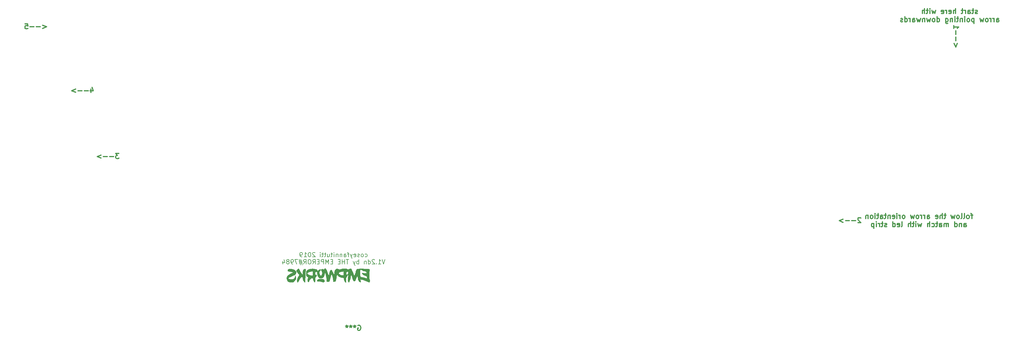
<source format=gbr>
%TF.GenerationSoftware,KiCad,Pcbnew,(6.0.6)*%
%TF.CreationDate,2023-05-08T18:10:17+05:30*%
%TF.ProjectId,discipline-pcb,64697363-6970-46c6-996e-652d7063622e,rev?*%
%TF.SameCoordinates,Original*%
%TF.FileFunction,Legend,Bot*%
%TF.FilePolarity,Positive*%
%FSLAX46Y46*%
G04 Gerber Fmt 4.6, Leading zero omitted, Abs format (unit mm)*
G04 Created by KiCad (PCBNEW (6.0.6)) date 2023-05-08 18:10:17*
%MOMM*%
%LPD*%
G01*
G04 APERTURE LIST*
%ADD10C,0.300000*%
%ADD11C,0.200000*%
G04 APERTURE END LIST*
D10*
X338091428Y-106840000D02*
X337662857Y-107982857D01*
X337234285Y-106840000D01*
X337662857Y-106125714D02*
X337662857Y-104982857D01*
X337662857Y-104268571D02*
X337662857Y-103125714D01*
X337091428Y-101625714D02*
X337091428Y-102482857D01*
X337091428Y-102054285D02*
X338591428Y-102054285D01*
X338377142Y-102197142D01*
X338234285Y-102340000D01*
X338162857Y-102482857D01*
X309734285Y-158361428D02*
X309662857Y-158290000D01*
X309520000Y-158218571D01*
X309162857Y-158218571D01*
X309020000Y-158290000D01*
X308948571Y-158361428D01*
X308877142Y-158504285D01*
X308877142Y-158647142D01*
X308948571Y-158861428D01*
X309805714Y-159718571D01*
X308877142Y-159718571D01*
X308234285Y-159147142D02*
X307091428Y-159147142D01*
X306377142Y-159147142D02*
X305234285Y-159147142D01*
X304520000Y-158718571D02*
X303377142Y-159147142D01*
X304520000Y-159575714D01*
X91445714Y-139308571D02*
X90517142Y-139308571D01*
X91017142Y-139880000D01*
X90802857Y-139880000D01*
X90660000Y-139951428D01*
X90588571Y-140022857D01*
X90517142Y-140165714D01*
X90517142Y-140522857D01*
X90588571Y-140665714D01*
X90660000Y-140737142D01*
X90802857Y-140808571D01*
X91231428Y-140808571D01*
X91374285Y-140737142D01*
X91445714Y-140665714D01*
X89874285Y-140237142D02*
X88731428Y-140237142D01*
X88017142Y-140237142D02*
X86874285Y-140237142D01*
X86160000Y-139808571D02*
X85017142Y-140237142D01*
X86160000Y-140665714D01*
X83190000Y-120368571D02*
X83190000Y-121368571D01*
X83547142Y-119797142D02*
X83904285Y-120868571D01*
X82975714Y-120868571D01*
X82404285Y-120797142D02*
X81261428Y-120797142D01*
X80547142Y-120797142D02*
X79404285Y-120797142D01*
X78690000Y-120368571D02*
X77547142Y-120797142D01*
X78690000Y-121225714D01*
X68980000Y-101568571D02*
X70122857Y-101997142D01*
X68980000Y-102425714D01*
X68265714Y-101997142D02*
X67122857Y-101997142D01*
X66408571Y-101997142D02*
X65265714Y-101997142D01*
X63837142Y-101068571D02*
X64551428Y-101068571D01*
X64622857Y-101782857D01*
X64551428Y-101711428D01*
X64408571Y-101640000D01*
X64051428Y-101640000D01*
X63908571Y-101711428D01*
X63837142Y-101782857D01*
X63765714Y-101925714D01*
X63765714Y-102282857D01*
X63837142Y-102425714D01*
X63908571Y-102497142D01*
X64051428Y-102568571D01*
X64408571Y-102568571D01*
X64551428Y-102497142D01*
X64622857Y-102425714D01*
X342660937Y-157500471D02*
X342089508Y-157500471D01*
X342446651Y-158500471D02*
X342446651Y-157214757D01*
X342375222Y-157071900D01*
X342232365Y-157000471D01*
X342089508Y-157000471D01*
X341375222Y-158500471D02*
X341518080Y-158429042D01*
X341589508Y-158357614D01*
X341660937Y-158214757D01*
X341660937Y-157786185D01*
X341589508Y-157643328D01*
X341518080Y-157571900D01*
X341375222Y-157500471D01*
X341160937Y-157500471D01*
X341018080Y-157571900D01*
X340946651Y-157643328D01*
X340875222Y-157786185D01*
X340875222Y-158214757D01*
X340946651Y-158357614D01*
X341018080Y-158429042D01*
X341160937Y-158500471D01*
X341375222Y-158500471D01*
X340018080Y-158500471D02*
X340160937Y-158429042D01*
X340232365Y-158286185D01*
X340232365Y-157000471D01*
X339232365Y-158500471D02*
X339375222Y-158429042D01*
X339446651Y-158286185D01*
X339446651Y-157000471D01*
X338446651Y-158500471D02*
X338589508Y-158429042D01*
X338660937Y-158357614D01*
X338732365Y-158214757D01*
X338732365Y-157786185D01*
X338660937Y-157643328D01*
X338589508Y-157571900D01*
X338446651Y-157500471D01*
X338232365Y-157500471D01*
X338089508Y-157571900D01*
X338018080Y-157643328D01*
X337946651Y-157786185D01*
X337946651Y-158214757D01*
X338018080Y-158357614D01*
X338089508Y-158429042D01*
X338232365Y-158500471D01*
X338446651Y-158500471D01*
X337446651Y-157500471D02*
X337160937Y-158500471D01*
X336875222Y-157786185D01*
X336589508Y-158500471D01*
X336303794Y-157500471D01*
X334803794Y-157500471D02*
X334232365Y-157500471D01*
X334589508Y-157000471D02*
X334589508Y-158286185D01*
X334518080Y-158429042D01*
X334375222Y-158500471D01*
X334232365Y-158500471D01*
X333732365Y-158500471D02*
X333732365Y-157000471D01*
X333089508Y-158500471D02*
X333089508Y-157714757D01*
X333160937Y-157571900D01*
X333303794Y-157500471D01*
X333518080Y-157500471D01*
X333660937Y-157571900D01*
X333732365Y-157643328D01*
X331803794Y-158429042D02*
X331946651Y-158500471D01*
X332232365Y-158500471D01*
X332375222Y-158429042D01*
X332446651Y-158286185D01*
X332446651Y-157714757D01*
X332375222Y-157571900D01*
X332232365Y-157500471D01*
X331946651Y-157500471D01*
X331803794Y-157571900D01*
X331732365Y-157714757D01*
X331732365Y-157857614D01*
X332446651Y-158000471D01*
X329303794Y-158500471D02*
X329303794Y-157714757D01*
X329375222Y-157571900D01*
X329518080Y-157500471D01*
X329803794Y-157500471D01*
X329946651Y-157571900D01*
X329303794Y-158429042D02*
X329446651Y-158500471D01*
X329803794Y-158500471D01*
X329946651Y-158429042D01*
X330018080Y-158286185D01*
X330018080Y-158143328D01*
X329946651Y-158000471D01*
X329803794Y-157929042D01*
X329446651Y-157929042D01*
X329303794Y-157857614D01*
X328589508Y-158500471D02*
X328589508Y-157500471D01*
X328589508Y-157786185D02*
X328518080Y-157643328D01*
X328446651Y-157571900D01*
X328303794Y-157500471D01*
X328160937Y-157500471D01*
X327660937Y-158500471D02*
X327660937Y-157500471D01*
X327660937Y-157786185D02*
X327589508Y-157643328D01*
X327518080Y-157571900D01*
X327375222Y-157500471D01*
X327232365Y-157500471D01*
X326518080Y-158500471D02*
X326660937Y-158429042D01*
X326732365Y-158357614D01*
X326803794Y-158214757D01*
X326803794Y-157786185D01*
X326732365Y-157643328D01*
X326660937Y-157571900D01*
X326518080Y-157500471D01*
X326303794Y-157500471D01*
X326160937Y-157571900D01*
X326089508Y-157643328D01*
X326018080Y-157786185D01*
X326018080Y-158214757D01*
X326089508Y-158357614D01*
X326160937Y-158429042D01*
X326303794Y-158500471D01*
X326518080Y-158500471D01*
X325518080Y-157500471D02*
X325232365Y-158500471D01*
X324946651Y-157786185D01*
X324660937Y-158500471D01*
X324375222Y-157500471D01*
X322446651Y-158500471D02*
X322589508Y-158429042D01*
X322660937Y-158357614D01*
X322732365Y-158214757D01*
X322732365Y-157786185D01*
X322660937Y-157643328D01*
X322589508Y-157571900D01*
X322446651Y-157500471D01*
X322232365Y-157500471D01*
X322089508Y-157571900D01*
X322018080Y-157643328D01*
X321946651Y-157786185D01*
X321946651Y-158214757D01*
X322018080Y-158357614D01*
X322089508Y-158429042D01*
X322232365Y-158500471D01*
X322446651Y-158500471D01*
X321303794Y-158500471D02*
X321303794Y-157500471D01*
X321303794Y-157786185D02*
X321232365Y-157643328D01*
X321160937Y-157571900D01*
X321018080Y-157500471D01*
X320875222Y-157500471D01*
X320375222Y-158500471D02*
X320375222Y-157500471D01*
X320375222Y-157000471D02*
X320446651Y-157071900D01*
X320375222Y-157143328D01*
X320303794Y-157071900D01*
X320375222Y-157000471D01*
X320375222Y-157143328D01*
X319089508Y-158429042D02*
X319232365Y-158500471D01*
X319518080Y-158500471D01*
X319660937Y-158429042D01*
X319732365Y-158286185D01*
X319732365Y-157714757D01*
X319660937Y-157571900D01*
X319518080Y-157500471D01*
X319232365Y-157500471D01*
X319089508Y-157571900D01*
X319018080Y-157714757D01*
X319018080Y-157857614D01*
X319732365Y-158000471D01*
X318375222Y-157500471D02*
X318375222Y-158500471D01*
X318375222Y-157643328D02*
X318303794Y-157571900D01*
X318160937Y-157500471D01*
X317946651Y-157500471D01*
X317803794Y-157571900D01*
X317732365Y-157714757D01*
X317732365Y-158500471D01*
X317232365Y-157500471D02*
X316660937Y-157500471D01*
X317018080Y-157000471D02*
X317018080Y-158286185D01*
X316946651Y-158429042D01*
X316803794Y-158500471D01*
X316660937Y-158500471D01*
X315518080Y-158500471D02*
X315518080Y-157714757D01*
X315589508Y-157571900D01*
X315732365Y-157500471D01*
X316018080Y-157500471D01*
X316160937Y-157571900D01*
X315518080Y-158429042D02*
X315660937Y-158500471D01*
X316018080Y-158500471D01*
X316160937Y-158429042D01*
X316232365Y-158286185D01*
X316232365Y-158143328D01*
X316160937Y-158000471D01*
X316018080Y-157929042D01*
X315660937Y-157929042D01*
X315518080Y-157857614D01*
X315018080Y-157500471D02*
X314446651Y-157500471D01*
X314803794Y-157000471D02*
X314803794Y-158286185D01*
X314732365Y-158429042D01*
X314589508Y-158500471D01*
X314446651Y-158500471D01*
X313946651Y-158500471D02*
X313946651Y-157500471D01*
X313946651Y-157000471D02*
X314018080Y-157071900D01*
X313946651Y-157143328D01*
X313875222Y-157071900D01*
X313946651Y-157000471D01*
X313946651Y-157143328D01*
X313018080Y-158500471D02*
X313160937Y-158429042D01*
X313232365Y-158357614D01*
X313303794Y-158214757D01*
X313303794Y-157786185D01*
X313232365Y-157643328D01*
X313160937Y-157571900D01*
X313018080Y-157500471D01*
X312803794Y-157500471D01*
X312660937Y-157571900D01*
X312589508Y-157643328D01*
X312518080Y-157786185D01*
X312518080Y-158214757D01*
X312589508Y-158357614D01*
X312660937Y-158429042D01*
X312803794Y-158500471D01*
X313018080Y-158500471D01*
X311875222Y-157500471D02*
X311875222Y-158500471D01*
X311875222Y-157643328D02*
X311803794Y-157571900D01*
X311660937Y-157500471D01*
X311446651Y-157500471D01*
X311303794Y-157571900D01*
X311232365Y-157714757D01*
X311232365Y-158500471D01*
X340089508Y-160915471D02*
X340089508Y-160129757D01*
X340160937Y-159986900D01*
X340303794Y-159915471D01*
X340589508Y-159915471D01*
X340732365Y-159986900D01*
X340089508Y-160844042D02*
X340232365Y-160915471D01*
X340589508Y-160915471D01*
X340732365Y-160844042D01*
X340803794Y-160701185D01*
X340803794Y-160558328D01*
X340732365Y-160415471D01*
X340589508Y-160344042D01*
X340232365Y-160344042D01*
X340089508Y-160272614D01*
X339375222Y-159915471D02*
X339375222Y-160915471D01*
X339375222Y-160058328D02*
X339303794Y-159986900D01*
X339160937Y-159915471D01*
X338946651Y-159915471D01*
X338803794Y-159986900D01*
X338732365Y-160129757D01*
X338732365Y-160915471D01*
X337375222Y-160915471D02*
X337375222Y-159415471D01*
X337375222Y-160844042D02*
X337518080Y-160915471D01*
X337803794Y-160915471D01*
X337946651Y-160844042D01*
X338018080Y-160772614D01*
X338089508Y-160629757D01*
X338089508Y-160201185D01*
X338018080Y-160058328D01*
X337946651Y-159986900D01*
X337803794Y-159915471D01*
X337518080Y-159915471D01*
X337375222Y-159986900D01*
X335518080Y-160915471D02*
X335518080Y-159915471D01*
X335518080Y-160058328D02*
X335446651Y-159986900D01*
X335303794Y-159915471D01*
X335089508Y-159915471D01*
X334946651Y-159986900D01*
X334875222Y-160129757D01*
X334875222Y-160915471D01*
X334875222Y-160129757D02*
X334803794Y-159986900D01*
X334660937Y-159915471D01*
X334446651Y-159915471D01*
X334303794Y-159986900D01*
X334232365Y-160129757D01*
X334232365Y-160915471D01*
X332875222Y-160915471D02*
X332875222Y-160129757D01*
X332946651Y-159986900D01*
X333089508Y-159915471D01*
X333375222Y-159915471D01*
X333518080Y-159986900D01*
X332875222Y-160844042D02*
X333018080Y-160915471D01*
X333375222Y-160915471D01*
X333518080Y-160844042D01*
X333589508Y-160701185D01*
X333589508Y-160558328D01*
X333518080Y-160415471D01*
X333375222Y-160344042D01*
X333018080Y-160344042D01*
X332875222Y-160272614D01*
X332375222Y-159915471D02*
X331803794Y-159915471D01*
X332160937Y-159415471D02*
X332160937Y-160701185D01*
X332089508Y-160844042D01*
X331946651Y-160915471D01*
X331803794Y-160915471D01*
X330660937Y-160844042D02*
X330803794Y-160915471D01*
X331089508Y-160915471D01*
X331232365Y-160844042D01*
X331303794Y-160772614D01*
X331375222Y-160629757D01*
X331375222Y-160201185D01*
X331303794Y-160058328D01*
X331232365Y-159986900D01*
X331089508Y-159915471D01*
X330803794Y-159915471D01*
X330660937Y-159986900D01*
X330018080Y-160915471D02*
X330018080Y-159415471D01*
X329375222Y-160915471D02*
X329375222Y-160129757D01*
X329446651Y-159986900D01*
X329589508Y-159915471D01*
X329803794Y-159915471D01*
X329946651Y-159986900D01*
X330018080Y-160058328D01*
X327660937Y-159915471D02*
X327375222Y-160915471D01*
X327089508Y-160201185D01*
X326803794Y-160915471D01*
X326518080Y-159915471D01*
X325946651Y-160915471D02*
X325946651Y-159915471D01*
X325946651Y-159415471D02*
X326018080Y-159486900D01*
X325946651Y-159558328D01*
X325875222Y-159486900D01*
X325946651Y-159415471D01*
X325946651Y-159558328D01*
X325446651Y-159915471D02*
X324875222Y-159915471D01*
X325232365Y-159415471D02*
X325232365Y-160701185D01*
X325160937Y-160844042D01*
X325018080Y-160915471D01*
X324875222Y-160915471D01*
X324375222Y-160915471D02*
X324375222Y-159415471D01*
X323732365Y-160915471D02*
X323732365Y-160129757D01*
X323803794Y-159986900D01*
X323946651Y-159915471D01*
X324160937Y-159915471D01*
X324303794Y-159986900D01*
X324375222Y-160058328D01*
X321660937Y-160915471D02*
X321803794Y-160844042D01*
X321875222Y-160701185D01*
X321875222Y-159415471D01*
X320518080Y-160844042D02*
X320660937Y-160915471D01*
X320946651Y-160915471D01*
X321089508Y-160844042D01*
X321160937Y-160701185D01*
X321160937Y-160129757D01*
X321089508Y-159986900D01*
X320946651Y-159915471D01*
X320660937Y-159915471D01*
X320518080Y-159986900D01*
X320446651Y-160129757D01*
X320446651Y-160272614D01*
X321160937Y-160415471D01*
X319160937Y-160915471D02*
X319160937Y-159415471D01*
X319160937Y-160844042D02*
X319303794Y-160915471D01*
X319589508Y-160915471D01*
X319732365Y-160844042D01*
X319803794Y-160772614D01*
X319875222Y-160629757D01*
X319875222Y-160201185D01*
X319803794Y-160058328D01*
X319732365Y-159986900D01*
X319589508Y-159915471D01*
X319303794Y-159915471D01*
X319160937Y-159986900D01*
X317375222Y-160844042D02*
X317232365Y-160915471D01*
X316946651Y-160915471D01*
X316803794Y-160844042D01*
X316732365Y-160701185D01*
X316732365Y-160629757D01*
X316803794Y-160486900D01*
X316946651Y-160415471D01*
X317160937Y-160415471D01*
X317303794Y-160344042D01*
X317375222Y-160201185D01*
X317375222Y-160129757D01*
X317303794Y-159986900D01*
X317160937Y-159915471D01*
X316946651Y-159915471D01*
X316803794Y-159986900D01*
X316303794Y-159915471D02*
X315732365Y-159915471D01*
X316089508Y-159415471D02*
X316089508Y-160701185D01*
X316018080Y-160844042D01*
X315875222Y-160915471D01*
X315732365Y-160915471D01*
X315232365Y-160915471D02*
X315232365Y-159915471D01*
X315232365Y-160201185D02*
X315160937Y-160058328D01*
X315089508Y-159986900D01*
X314946651Y-159915471D01*
X314803794Y-159915471D01*
X314303794Y-160915471D02*
X314303794Y-159915471D01*
X314303794Y-159415471D02*
X314375222Y-159486900D01*
X314303794Y-159558328D01*
X314232365Y-159486900D01*
X314303794Y-159415471D01*
X314303794Y-159558328D01*
X313589508Y-159915471D02*
X313589508Y-161415471D01*
X313589508Y-159986900D02*
X313446651Y-159915471D01*
X313160937Y-159915471D01*
X313018080Y-159986900D01*
X312946651Y-160058328D01*
X312875222Y-160201185D01*
X312875222Y-160629757D01*
X312946651Y-160772614D01*
X313018080Y-160844042D01*
X313160937Y-160915471D01*
X313446651Y-160915471D01*
X313589508Y-160844042D01*
D11*
X163872654Y-169715570D02*
X163996463Y-169777475D01*
X164244082Y-169777475D01*
X164367892Y-169715570D01*
X164429797Y-169653665D01*
X164491701Y-169529856D01*
X164491701Y-169158427D01*
X164429797Y-169034618D01*
X164367892Y-168972713D01*
X164244082Y-168910808D01*
X163996463Y-168910808D01*
X163872654Y-168972713D01*
X163129797Y-169777475D02*
X163253606Y-169715570D01*
X163315511Y-169653665D01*
X163377416Y-169529856D01*
X163377416Y-169158427D01*
X163315511Y-169034618D01*
X163253606Y-168972713D01*
X163129797Y-168910808D01*
X162944082Y-168910808D01*
X162820273Y-168972713D01*
X162758368Y-169034618D01*
X162696463Y-169158427D01*
X162696463Y-169529856D01*
X162758368Y-169653665D01*
X162820273Y-169715570D01*
X162944082Y-169777475D01*
X163129797Y-169777475D01*
X162201225Y-169715570D02*
X162077416Y-169777475D01*
X161829797Y-169777475D01*
X161705987Y-169715570D01*
X161644082Y-169591760D01*
X161644082Y-169529856D01*
X161705987Y-169406046D01*
X161829797Y-169344141D01*
X162015511Y-169344141D01*
X162139320Y-169282237D01*
X162201225Y-169158427D01*
X162201225Y-169096522D01*
X162139320Y-168972713D01*
X162015511Y-168910808D01*
X161829797Y-168910808D01*
X161705987Y-168972713D01*
X160591701Y-169715570D02*
X160715511Y-169777475D01*
X160963130Y-169777475D01*
X161086940Y-169715570D01*
X161148844Y-169591760D01*
X161148844Y-169096522D01*
X161086940Y-168972713D01*
X160963130Y-168910808D01*
X160715511Y-168910808D01*
X160591701Y-168972713D01*
X160529797Y-169096522D01*
X160529797Y-169220332D01*
X161148844Y-169344141D01*
X160096463Y-168910808D02*
X159786940Y-169777475D01*
X159477416Y-168910808D02*
X159786940Y-169777475D01*
X159910749Y-170086999D01*
X159972654Y-170148903D01*
X160096463Y-170210808D01*
X159167892Y-168910808D02*
X158672654Y-168910808D01*
X158982178Y-169777475D02*
X158982178Y-168663189D01*
X158920273Y-168539380D01*
X158796463Y-168477475D01*
X158672654Y-168477475D01*
X157682178Y-169777475D02*
X157682178Y-169096522D01*
X157744082Y-168972713D01*
X157867892Y-168910808D01*
X158115511Y-168910808D01*
X158239320Y-168972713D01*
X157682178Y-169715570D02*
X157805987Y-169777475D01*
X158115511Y-169777475D01*
X158239320Y-169715570D01*
X158301225Y-169591760D01*
X158301225Y-169467951D01*
X158239320Y-169344141D01*
X158115511Y-169282237D01*
X157805987Y-169282237D01*
X157682178Y-169220332D01*
X157063130Y-168910808D02*
X157063130Y-169777475D01*
X157063130Y-169034618D02*
X157001225Y-168972713D01*
X156877416Y-168910808D01*
X156691701Y-168910808D01*
X156567892Y-168972713D01*
X156505987Y-169096522D01*
X156505987Y-169777475D01*
X155886940Y-168910808D02*
X155886940Y-169777475D01*
X155886940Y-169034618D02*
X155825035Y-168972713D01*
X155701225Y-168910808D01*
X155515511Y-168910808D01*
X155391701Y-168972713D01*
X155329797Y-169096522D01*
X155329797Y-169777475D01*
X154710749Y-169777475D02*
X154710749Y-168910808D01*
X154710749Y-168477475D02*
X154772654Y-168539380D01*
X154710749Y-168601284D01*
X154648844Y-168539380D01*
X154710749Y-168477475D01*
X154710749Y-168601284D01*
X154277416Y-168910808D02*
X153782178Y-168910808D01*
X154091701Y-168477475D02*
X154091701Y-169591760D01*
X154029797Y-169715570D01*
X153905987Y-169777475D01*
X153782178Y-169777475D01*
X152791701Y-168910808D02*
X152791701Y-169777475D01*
X153348844Y-168910808D02*
X153348844Y-169591760D01*
X153286940Y-169715570D01*
X153163130Y-169777475D01*
X152977416Y-169777475D01*
X152853606Y-169715570D01*
X152791701Y-169653665D01*
X152358368Y-168910808D02*
X151863130Y-168910808D01*
X152172654Y-168477475D02*
X152172654Y-169591760D01*
X152110749Y-169715570D01*
X151986940Y-169777475D01*
X151863130Y-169777475D01*
X151615511Y-168910808D02*
X151120273Y-168910808D01*
X151429797Y-168477475D02*
X151429797Y-169591760D01*
X151367892Y-169715570D01*
X151244082Y-169777475D01*
X151120273Y-169777475D01*
X150686940Y-169777475D02*
X150686940Y-168910808D01*
X150686940Y-168477475D02*
X150748844Y-168539380D01*
X150686940Y-168601284D01*
X150625035Y-168539380D01*
X150686940Y-168477475D01*
X150686940Y-168601284D01*
X149139320Y-168601284D02*
X149077416Y-168539380D01*
X148953606Y-168477475D01*
X148644082Y-168477475D01*
X148520273Y-168539380D01*
X148458368Y-168601284D01*
X148396463Y-168725094D01*
X148396463Y-168848903D01*
X148458368Y-169034618D01*
X149201225Y-169777475D01*
X148396463Y-169777475D01*
X147591701Y-168477475D02*
X147467892Y-168477475D01*
X147344082Y-168539380D01*
X147282178Y-168601284D01*
X147220273Y-168725094D01*
X147158368Y-168972713D01*
X147158368Y-169282237D01*
X147220273Y-169529856D01*
X147282178Y-169653665D01*
X147344082Y-169715570D01*
X147467892Y-169777475D01*
X147591701Y-169777475D01*
X147715511Y-169715570D01*
X147777416Y-169653665D01*
X147839320Y-169529856D01*
X147901225Y-169282237D01*
X147901225Y-168972713D01*
X147839320Y-168725094D01*
X147777416Y-168601284D01*
X147715511Y-168539380D01*
X147591701Y-168477475D01*
X145920273Y-169777475D02*
X146663130Y-169777475D01*
X146291701Y-169777475D02*
X146291701Y-168477475D01*
X146415511Y-168663189D01*
X146539320Y-168786999D01*
X146663130Y-168848903D01*
X145301225Y-169777475D02*
X145053606Y-169777475D01*
X144929797Y-169715570D01*
X144867892Y-169653665D01*
X144744082Y-169467951D01*
X144682178Y-169220332D01*
X144682178Y-168725094D01*
X144744082Y-168601284D01*
X144805987Y-168539380D01*
X144929797Y-168477475D01*
X145177416Y-168477475D01*
X145301225Y-168539380D01*
X145363130Y-168601284D01*
X145425035Y-168725094D01*
X145425035Y-169034618D01*
X145363130Y-169158427D01*
X145301225Y-169220332D01*
X145177416Y-169282237D01*
X144929797Y-169282237D01*
X144805987Y-169220332D01*
X144744082Y-169158427D01*
X144682178Y-169034618D01*
X169753606Y-170570475D02*
X169320273Y-171870475D01*
X168886940Y-170570475D01*
X167772654Y-171870475D02*
X168515511Y-171870475D01*
X168144082Y-171870475D02*
X168144082Y-170570475D01*
X168267892Y-170756189D01*
X168391701Y-170879999D01*
X168515511Y-170941903D01*
X167215511Y-171746665D02*
X167153606Y-171808570D01*
X167215511Y-171870475D01*
X167277416Y-171808570D01*
X167215511Y-171746665D01*
X167215511Y-171870475D01*
X166658368Y-170694284D02*
X166596463Y-170632380D01*
X166472654Y-170570475D01*
X166163130Y-170570475D01*
X166039320Y-170632380D01*
X165977416Y-170694284D01*
X165915511Y-170818094D01*
X165915511Y-170941903D01*
X165977416Y-171127618D01*
X166720273Y-171870475D01*
X165915511Y-171870475D01*
X164801225Y-171870475D02*
X164801225Y-170570475D01*
X164801225Y-171808570D02*
X164925035Y-171870475D01*
X165172654Y-171870475D01*
X165296463Y-171808570D01*
X165358368Y-171746665D01*
X165420273Y-171622856D01*
X165420273Y-171251427D01*
X165358368Y-171127618D01*
X165296463Y-171065713D01*
X165172654Y-171003808D01*
X164925035Y-171003808D01*
X164801225Y-171065713D01*
X164182178Y-171003808D02*
X164182178Y-171870475D01*
X164182178Y-171127618D02*
X164120273Y-171065713D01*
X163996463Y-171003808D01*
X163810749Y-171003808D01*
X163686940Y-171065713D01*
X163625035Y-171189522D01*
X163625035Y-171870475D01*
X162015511Y-171870475D02*
X162015511Y-170570475D01*
X162015511Y-171065713D02*
X161891701Y-171003808D01*
X161644082Y-171003808D01*
X161520273Y-171065713D01*
X161458368Y-171127618D01*
X161396463Y-171251427D01*
X161396463Y-171622856D01*
X161458368Y-171746665D01*
X161520273Y-171808570D01*
X161644082Y-171870475D01*
X161891701Y-171870475D01*
X162015511Y-171808570D01*
X160963130Y-171003808D02*
X160653606Y-171870475D01*
X160344082Y-171003808D02*
X160653606Y-171870475D01*
X160777416Y-172179999D01*
X160839320Y-172241903D01*
X160963130Y-172303808D01*
X159044082Y-170570475D02*
X158301225Y-170570475D01*
X158672654Y-171870475D02*
X158672654Y-170570475D01*
X157867892Y-171870475D02*
X157867892Y-170570475D01*
X157867892Y-171189522D02*
X157125035Y-171189522D01*
X157125035Y-171870475D02*
X157125035Y-170570475D01*
X156505987Y-171189522D02*
X156072654Y-171189522D01*
X155886940Y-171870475D02*
X156505987Y-171870475D01*
X156505987Y-170570475D01*
X155886940Y-170570475D01*
X154339320Y-171189522D02*
X153905987Y-171189522D01*
X153720273Y-171870475D02*
X154339320Y-171870475D01*
X154339320Y-170570475D01*
X153720273Y-170570475D01*
X153163130Y-171870475D02*
X153163130Y-170570475D01*
X152729797Y-171499046D01*
X152296463Y-170570475D01*
X152296463Y-171870475D01*
X151677416Y-171870475D02*
X151677416Y-170570475D01*
X151182178Y-170570475D01*
X151058368Y-170632380D01*
X150996463Y-170694284D01*
X150934559Y-170818094D01*
X150934559Y-171003808D01*
X150996463Y-171127618D01*
X151058368Y-171189522D01*
X151182178Y-171251427D01*
X151677416Y-171251427D01*
X150377416Y-171189522D02*
X149944082Y-171189522D01*
X149758368Y-171870475D02*
X150377416Y-171870475D01*
X150377416Y-170570475D01*
X149758368Y-170570475D01*
X148458368Y-171870475D02*
X148891701Y-171251427D01*
X149201225Y-171870475D02*
X149201225Y-170570475D01*
X148705987Y-170570475D01*
X148582178Y-170632380D01*
X148520273Y-170694284D01*
X148458368Y-170818094D01*
X148458368Y-171003808D01*
X148520273Y-171127618D01*
X148582178Y-171189522D01*
X148705987Y-171251427D01*
X149201225Y-171251427D01*
X147653606Y-170570475D02*
X147405987Y-170570475D01*
X147282178Y-170632380D01*
X147158368Y-170756189D01*
X147096463Y-171003808D01*
X147096463Y-171437141D01*
X147158368Y-171684760D01*
X147282178Y-171808570D01*
X147405987Y-171870475D01*
X147653606Y-171870475D01*
X147777416Y-171808570D01*
X147901225Y-171684760D01*
X147963130Y-171437141D01*
X147963130Y-171003808D01*
X147901225Y-170756189D01*
X147777416Y-170632380D01*
X147653606Y-170570475D01*
X145796463Y-171870475D02*
X146229797Y-171251427D01*
X146539320Y-171870475D02*
X146539320Y-170570475D01*
X146044082Y-170570475D01*
X145920273Y-170632380D01*
X145858368Y-170694284D01*
X145796463Y-170818094D01*
X145796463Y-171003808D01*
X145858368Y-171127618D01*
X145920273Y-171189522D01*
X146044082Y-171251427D01*
X146539320Y-171251427D01*
X145301225Y-171003808D02*
X144372654Y-171003808D01*
X144929797Y-170446665D02*
X145301225Y-172118094D01*
X144496463Y-171560951D02*
X145425035Y-171560951D01*
X144867892Y-172118094D02*
X144496463Y-170446665D01*
X144063130Y-170570475D02*
X143196463Y-170570475D01*
X143753606Y-171870475D01*
X142639320Y-171870475D02*
X142391701Y-171870475D01*
X142267892Y-171808570D01*
X142205987Y-171746665D01*
X142082178Y-171560951D01*
X142020273Y-171313332D01*
X142020273Y-170818094D01*
X142082178Y-170694284D01*
X142144082Y-170632380D01*
X142267892Y-170570475D01*
X142515511Y-170570475D01*
X142639320Y-170632380D01*
X142701225Y-170694284D01*
X142763130Y-170818094D01*
X142763130Y-171127618D01*
X142701225Y-171251427D01*
X142639320Y-171313332D01*
X142515511Y-171375237D01*
X142267892Y-171375237D01*
X142144082Y-171313332D01*
X142082178Y-171251427D01*
X142020273Y-171127618D01*
X141277416Y-171127618D02*
X141401225Y-171065713D01*
X141463130Y-171003808D01*
X141525035Y-170879999D01*
X141525035Y-170818094D01*
X141463130Y-170694284D01*
X141401225Y-170632380D01*
X141277416Y-170570475D01*
X141029797Y-170570475D01*
X140905987Y-170632380D01*
X140844082Y-170694284D01*
X140782178Y-170818094D01*
X140782178Y-170879999D01*
X140844082Y-171003808D01*
X140905987Y-171065713D01*
X141029797Y-171127618D01*
X141277416Y-171127618D01*
X141401225Y-171189522D01*
X141463130Y-171251427D01*
X141525035Y-171375237D01*
X141525035Y-171622856D01*
X141463130Y-171746665D01*
X141401225Y-171808570D01*
X141277416Y-171870475D01*
X141029797Y-171870475D01*
X140905987Y-171808570D01*
X140844082Y-171746665D01*
X140782178Y-171622856D01*
X140782178Y-171375237D01*
X140844082Y-171251427D01*
X140905987Y-171189522D01*
X141029797Y-171127618D01*
X139667892Y-171003808D02*
X139667892Y-171870475D01*
X139977416Y-170508570D02*
X140286940Y-171437141D01*
X139482178Y-171437141D01*
D10*
X344062865Y-98027842D02*
X343920008Y-98099271D01*
X343634294Y-98099271D01*
X343491437Y-98027842D01*
X343420008Y-97884985D01*
X343420008Y-97813557D01*
X343491437Y-97670700D01*
X343634294Y-97599271D01*
X343848580Y-97599271D01*
X343991437Y-97527842D01*
X344062865Y-97384985D01*
X344062865Y-97313557D01*
X343991437Y-97170700D01*
X343848580Y-97099271D01*
X343634294Y-97099271D01*
X343491437Y-97170700D01*
X342991437Y-97099271D02*
X342420008Y-97099271D01*
X342777151Y-96599271D02*
X342777151Y-97884985D01*
X342705722Y-98027842D01*
X342562865Y-98099271D01*
X342420008Y-98099271D01*
X341277151Y-98099271D02*
X341277151Y-97313557D01*
X341348580Y-97170700D01*
X341491437Y-97099271D01*
X341777151Y-97099271D01*
X341920008Y-97170700D01*
X341277151Y-98027842D02*
X341420008Y-98099271D01*
X341777151Y-98099271D01*
X341920008Y-98027842D01*
X341991437Y-97884985D01*
X341991437Y-97742128D01*
X341920008Y-97599271D01*
X341777151Y-97527842D01*
X341420008Y-97527842D01*
X341277151Y-97456414D01*
X340562865Y-98099271D02*
X340562865Y-97099271D01*
X340562865Y-97384985D02*
X340491437Y-97242128D01*
X340420008Y-97170700D01*
X340277151Y-97099271D01*
X340134294Y-97099271D01*
X339848580Y-97099271D02*
X339277151Y-97099271D01*
X339634294Y-96599271D02*
X339634294Y-97884985D01*
X339562865Y-98027842D01*
X339420008Y-98099271D01*
X339277151Y-98099271D01*
X337634294Y-98099271D02*
X337634294Y-96599271D01*
X336991437Y-98099271D02*
X336991437Y-97313557D01*
X337062865Y-97170700D01*
X337205722Y-97099271D01*
X337420008Y-97099271D01*
X337562865Y-97170700D01*
X337634294Y-97242128D01*
X335705722Y-98027842D02*
X335848580Y-98099271D01*
X336134294Y-98099271D01*
X336277151Y-98027842D01*
X336348580Y-97884985D01*
X336348580Y-97313557D01*
X336277151Y-97170700D01*
X336134294Y-97099271D01*
X335848580Y-97099271D01*
X335705722Y-97170700D01*
X335634294Y-97313557D01*
X335634294Y-97456414D01*
X336348580Y-97599271D01*
X334991437Y-98099271D02*
X334991437Y-97099271D01*
X334991437Y-97384985D02*
X334920008Y-97242128D01*
X334848580Y-97170700D01*
X334705722Y-97099271D01*
X334562865Y-97099271D01*
X333491437Y-98027842D02*
X333634294Y-98099271D01*
X333920008Y-98099271D01*
X334062865Y-98027842D01*
X334134294Y-97884985D01*
X334134294Y-97313557D01*
X334062865Y-97170700D01*
X333920008Y-97099271D01*
X333634294Y-97099271D01*
X333491437Y-97170700D01*
X333420008Y-97313557D01*
X333420008Y-97456414D01*
X334134294Y-97599271D01*
X331777151Y-97099271D02*
X331491437Y-98099271D01*
X331205722Y-97384985D01*
X330920008Y-98099271D01*
X330634294Y-97099271D01*
X330062865Y-98099271D02*
X330062865Y-97099271D01*
X330062865Y-96599271D02*
X330134294Y-96670700D01*
X330062865Y-96742128D01*
X329991437Y-96670700D01*
X330062865Y-96599271D01*
X330062865Y-96742128D01*
X329562865Y-97099271D02*
X328991437Y-97099271D01*
X329348580Y-96599271D02*
X329348580Y-97884985D01*
X329277151Y-98027842D01*
X329134294Y-98099271D01*
X328991437Y-98099271D01*
X328491437Y-98099271D02*
X328491437Y-96599271D01*
X327848580Y-98099271D02*
X327848580Y-97313557D01*
X327920008Y-97170700D01*
X328062865Y-97099271D01*
X328277151Y-97099271D01*
X328420008Y-97170700D01*
X328491437Y-97242128D01*
X349705722Y-100514271D02*
X349705722Y-99728557D01*
X349777151Y-99585700D01*
X349920008Y-99514271D01*
X350205722Y-99514271D01*
X350348580Y-99585700D01*
X349705722Y-100442842D02*
X349848580Y-100514271D01*
X350205722Y-100514271D01*
X350348580Y-100442842D01*
X350420008Y-100299985D01*
X350420008Y-100157128D01*
X350348580Y-100014271D01*
X350205722Y-99942842D01*
X349848580Y-99942842D01*
X349705722Y-99871414D01*
X348991437Y-100514271D02*
X348991437Y-99514271D01*
X348991437Y-99799985D02*
X348920008Y-99657128D01*
X348848580Y-99585700D01*
X348705722Y-99514271D01*
X348562865Y-99514271D01*
X348062865Y-100514271D02*
X348062865Y-99514271D01*
X348062865Y-99799985D02*
X347991437Y-99657128D01*
X347920008Y-99585700D01*
X347777151Y-99514271D01*
X347634294Y-99514271D01*
X346920008Y-100514271D02*
X347062865Y-100442842D01*
X347134294Y-100371414D01*
X347205722Y-100228557D01*
X347205722Y-99799985D01*
X347134294Y-99657128D01*
X347062865Y-99585700D01*
X346920008Y-99514271D01*
X346705722Y-99514271D01*
X346562865Y-99585700D01*
X346491437Y-99657128D01*
X346420008Y-99799985D01*
X346420008Y-100228557D01*
X346491437Y-100371414D01*
X346562865Y-100442842D01*
X346705722Y-100514271D01*
X346920008Y-100514271D01*
X345920008Y-99514271D02*
X345634294Y-100514271D01*
X345348580Y-99799985D01*
X345062865Y-100514271D01*
X344777151Y-99514271D01*
X343062865Y-99514271D02*
X343062865Y-101014271D01*
X343062865Y-99585700D02*
X342920008Y-99514271D01*
X342634294Y-99514271D01*
X342491437Y-99585700D01*
X342420008Y-99657128D01*
X342348580Y-99799985D01*
X342348580Y-100228557D01*
X342420008Y-100371414D01*
X342491437Y-100442842D01*
X342634294Y-100514271D01*
X342920008Y-100514271D01*
X343062865Y-100442842D01*
X341491437Y-100514271D02*
X341634294Y-100442842D01*
X341705722Y-100371414D01*
X341777151Y-100228557D01*
X341777151Y-99799985D01*
X341705722Y-99657128D01*
X341634294Y-99585700D01*
X341491437Y-99514271D01*
X341277151Y-99514271D01*
X341134294Y-99585700D01*
X341062865Y-99657128D01*
X340991437Y-99799985D01*
X340991437Y-100228557D01*
X341062865Y-100371414D01*
X341134294Y-100442842D01*
X341277151Y-100514271D01*
X341491437Y-100514271D01*
X340348580Y-100514271D02*
X340348580Y-99514271D01*
X340348580Y-99014271D02*
X340420008Y-99085700D01*
X340348580Y-99157128D01*
X340277151Y-99085700D01*
X340348580Y-99014271D01*
X340348580Y-99157128D01*
X339634294Y-99514271D02*
X339634294Y-100514271D01*
X339634294Y-99657128D02*
X339562865Y-99585700D01*
X339420008Y-99514271D01*
X339205722Y-99514271D01*
X339062865Y-99585700D01*
X338991437Y-99728557D01*
X338991437Y-100514271D01*
X338491437Y-99514271D02*
X337920008Y-99514271D01*
X338277151Y-99014271D02*
X338277151Y-100299985D01*
X338205722Y-100442842D01*
X338062865Y-100514271D01*
X337920008Y-100514271D01*
X337420008Y-100514271D02*
X337420008Y-99514271D01*
X337420008Y-99014271D02*
X337491437Y-99085700D01*
X337420008Y-99157128D01*
X337348580Y-99085700D01*
X337420008Y-99014271D01*
X337420008Y-99157128D01*
X336705722Y-99514271D02*
X336705722Y-100514271D01*
X336705722Y-99657128D02*
X336634294Y-99585700D01*
X336491437Y-99514271D01*
X336277151Y-99514271D01*
X336134294Y-99585700D01*
X336062865Y-99728557D01*
X336062865Y-100514271D01*
X334705722Y-99514271D02*
X334705722Y-100728557D01*
X334777151Y-100871414D01*
X334848580Y-100942842D01*
X334991437Y-101014271D01*
X335205722Y-101014271D01*
X335348580Y-100942842D01*
X334705722Y-100442842D02*
X334848580Y-100514271D01*
X335134294Y-100514271D01*
X335277151Y-100442842D01*
X335348580Y-100371414D01*
X335420008Y-100228557D01*
X335420008Y-99799985D01*
X335348580Y-99657128D01*
X335277151Y-99585700D01*
X335134294Y-99514271D01*
X334848580Y-99514271D01*
X334705722Y-99585700D01*
X332205722Y-100514271D02*
X332205722Y-99014271D01*
X332205722Y-100442842D02*
X332348580Y-100514271D01*
X332634294Y-100514271D01*
X332777151Y-100442842D01*
X332848580Y-100371414D01*
X332920008Y-100228557D01*
X332920008Y-99799985D01*
X332848580Y-99657128D01*
X332777151Y-99585700D01*
X332634294Y-99514271D01*
X332348580Y-99514271D01*
X332205722Y-99585700D01*
X331277151Y-100514271D02*
X331420008Y-100442842D01*
X331491437Y-100371414D01*
X331562865Y-100228557D01*
X331562865Y-99799985D01*
X331491437Y-99657128D01*
X331420008Y-99585700D01*
X331277151Y-99514271D01*
X331062865Y-99514271D01*
X330920008Y-99585700D01*
X330848580Y-99657128D01*
X330777151Y-99799985D01*
X330777151Y-100228557D01*
X330848580Y-100371414D01*
X330920008Y-100442842D01*
X331062865Y-100514271D01*
X331277151Y-100514271D01*
X330277151Y-99514271D02*
X329991437Y-100514271D01*
X329705722Y-99799985D01*
X329420008Y-100514271D01*
X329134294Y-99514271D01*
X328562865Y-99514271D02*
X328562865Y-100514271D01*
X328562865Y-99657128D02*
X328491437Y-99585700D01*
X328348580Y-99514271D01*
X328134294Y-99514271D01*
X327991437Y-99585700D01*
X327920008Y-99728557D01*
X327920008Y-100514271D01*
X327348580Y-99514271D02*
X327062865Y-100514271D01*
X326777151Y-99799985D01*
X326491437Y-100514271D01*
X326205722Y-99514271D01*
X324991437Y-100514271D02*
X324991437Y-99728557D01*
X325062865Y-99585700D01*
X325205722Y-99514271D01*
X325491437Y-99514271D01*
X325634294Y-99585700D01*
X324991437Y-100442842D02*
X325134294Y-100514271D01*
X325491437Y-100514271D01*
X325634294Y-100442842D01*
X325705722Y-100299985D01*
X325705722Y-100157128D01*
X325634294Y-100014271D01*
X325491437Y-99942842D01*
X325134294Y-99942842D01*
X324991437Y-99871414D01*
X324277151Y-100514271D02*
X324277151Y-99514271D01*
X324277151Y-99799985D02*
X324205722Y-99657128D01*
X324134294Y-99585700D01*
X323991437Y-99514271D01*
X323848580Y-99514271D01*
X322705722Y-100514271D02*
X322705722Y-99014271D01*
X322705722Y-100442842D02*
X322848580Y-100514271D01*
X323134294Y-100514271D01*
X323277151Y-100442842D01*
X323348580Y-100371414D01*
X323420008Y-100228557D01*
X323420008Y-99799985D01*
X323348580Y-99657128D01*
X323277151Y-99585700D01*
X323134294Y-99514271D01*
X322848580Y-99514271D01*
X322705722Y-99585700D01*
X322062865Y-100442842D02*
X321920008Y-100514271D01*
X321634294Y-100514271D01*
X321491437Y-100442842D01*
X321420008Y-100299985D01*
X321420008Y-100228557D01*
X321491437Y-100085700D01*
X321634294Y-100014271D01*
X321848580Y-100014271D01*
X321991437Y-99942842D01*
X322062865Y-99799985D01*
X322062865Y-99728557D01*
X321991437Y-99585700D01*
X321848580Y-99514271D01*
X321634294Y-99514271D01*
X321491437Y-99585700D01*
%TO.C,G\u002A\u002A\u002A*%
X161752571Y-190008000D02*
X161897714Y-189935428D01*
X162115428Y-189935428D01*
X162333142Y-190008000D01*
X162478285Y-190153142D01*
X162550857Y-190298285D01*
X162623428Y-190588571D01*
X162623428Y-190806285D01*
X162550857Y-191096571D01*
X162478285Y-191241714D01*
X162333142Y-191386857D01*
X162115428Y-191459428D01*
X161970285Y-191459428D01*
X161752571Y-191386857D01*
X161680000Y-191314285D01*
X161680000Y-190806285D01*
X161970285Y-190806285D01*
X160809142Y-189935428D02*
X160809142Y-190298285D01*
X161172000Y-190153142D02*
X160809142Y-190298285D01*
X160446285Y-190153142D01*
X161026857Y-190588571D02*
X160809142Y-190298285D01*
X160591428Y-190588571D01*
X159648000Y-189935428D02*
X159648000Y-190298285D01*
X160010857Y-190153142D02*
X159648000Y-190298285D01*
X159285142Y-190153142D01*
X159865714Y-190588571D02*
X159648000Y-190298285D01*
X159430285Y-190588571D01*
X158486857Y-189935428D02*
X158486857Y-190298285D01*
X158849714Y-190153142D02*
X158486857Y-190298285D01*
X158124000Y-190153142D01*
X158704571Y-190588571D02*
X158486857Y-190298285D01*
X158269142Y-190588571D01*
G36*
X165202217Y-176365972D02*
G01*
X165238907Y-176452144D01*
X165293885Y-176527891D01*
X165330580Y-176727383D01*
X165315236Y-176969610D01*
X165247068Y-177184144D01*
X165225334Y-177223356D01*
X165156981Y-177297791D01*
X165049151Y-177292620D01*
X164844902Y-177211748D01*
X164784942Y-177186070D01*
X164387488Y-177025183D01*
X163947008Y-176859185D01*
X163513276Y-176705782D01*
X163136064Y-176582676D01*
X162865145Y-176507572D01*
X162518893Y-176429774D01*
X162574283Y-176901055D01*
X162589386Y-177038021D01*
X162600495Y-177235236D01*
X162576806Y-177305449D01*
X162513879Y-177276236D01*
X162445519Y-177232355D01*
X162352131Y-177226091D01*
X162320616Y-177222668D01*
X162204979Y-177130427D01*
X162046085Y-176956511D01*
X161990633Y-176886631D01*
X161857637Y-176670041D01*
X161778346Y-176417811D01*
X161729057Y-176063154D01*
X161727790Y-176050420D01*
X161692129Y-175765438D01*
X161653326Y-175563141D01*
X161619560Y-175486595D01*
X161596854Y-175510445D01*
X161517161Y-175657066D01*
X161401469Y-175907577D01*
X161266257Y-176227428D01*
X161182096Y-176431128D01*
X161055142Y-176711171D01*
X160953299Y-176878007D01*
X160855813Y-176961953D01*
X160741931Y-176993323D01*
X160636774Y-176994050D01*
X160530302Y-176948735D01*
X160430809Y-176831778D01*
X160324615Y-176620474D01*
X160198040Y-176292116D01*
X160037403Y-175824000D01*
X159797021Y-175104334D01*
X159686849Y-175697000D01*
X159643786Y-175912530D01*
X159539543Y-176346817D01*
X159423980Y-176738438D01*
X159307786Y-177056463D01*
X159201652Y-177269961D01*
X159116266Y-177348000D01*
X159078929Y-177332431D01*
X158975891Y-177204007D01*
X158873648Y-176988167D01*
X158839305Y-176888510D01*
X158787753Y-176649768D01*
X158781236Y-176372462D01*
X158816094Y-175993334D01*
X158862410Y-175537843D01*
X158890778Y-175088879D01*
X158897819Y-174703072D01*
X158883852Y-174406669D01*
X158849195Y-174225915D01*
X158794166Y-174187057D01*
X158727233Y-174215290D01*
X158540166Y-174229065D01*
X158513040Y-174225914D01*
X158436703Y-174254932D01*
X158400903Y-174378338D01*
X158392000Y-174633345D01*
X158403758Y-174877472D01*
X158453697Y-175031730D01*
X158548064Y-175028248D01*
X158692505Y-174871500D01*
X158748247Y-174797780D01*
X158802999Y-174750569D01*
X158812565Y-174827420D01*
X158788762Y-175050281D01*
X158722428Y-175326262D01*
X158525789Y-175647580D01*
X158439678Y-175744930D01*
X158367854Y-175868288D01*
X158328043Y-176032527D01*
X158310963Y-176280448D01*
X158307333Y-176654850D01*
X158305426Y-177003089D01*
X158295326Y-177232222D01*
X158270792Y-177345953D01*
X158225585Y-177371983D01*
X158153467Y-177338011D01*
X158130152Y-177322798D01*
X157877824Y-177066714D01*
X157698339Y-176721816D01*
X157630000Y-176359687D01*
X157630000Y-176016852D01*
X157127540Y-175971291D01*
X156973550Y-175952518D01*
X156479027Y-175818604D01*
X156079098Y-175591233D01*
X155805533Y-175286853D01*
X155647319Y-175019667D01*
X155534337Y-175612334D01*
X155473993Y-175927726D01*
X155399020Y-176317188D01*
X155337597Y-176633821D01*
X155253838Y-177062643D01*
X154521694Y-177100541D01*
X154471039Y-176672837D01*
X154468225Y-176650242D01*
X154426466Y-176400430D01*
X154361247Y-176087791D01*
X154282278Y-175750414D01*
X154199268Y-175426392D01*
X154121925Y-175153815D01*
X154059960Y-174970776D01*
X154023080Y-174915365D01*
X154022257Y-174916415D01*
X153988929Y-175014413D01*
X153924448Y-175242165D01*
X153837760Y-175567023D01*
X153737812Y-175956340D01*
X153667860Y-176226063D01*
X153547920Y-176631707D01*
X153435876Y-176906275D01*
X153317657Y-177073280D01*
X153179191Y-177156239D01*
X153006409Y-177178667D01*
X152839842Y-177170714D01*
X152657969Y-177106424D01*
X152571780Y-176947424D01*
X152550000Y-176658039D01*
X152531701Y-176349468D01*
X152472181Y-175911400D01*
X152383567Y-175448172D01*
X152278477Y-175024541D01*
X152169527Y-174705260D01*
X152048628Y-174427000D01*
X152047055Y-174579293D01*
X152045314Y-174747873D01*
X152044685Y-174774536D01*
X151957751Y-175191042D01*
X151747630Y-175601040D01*
X151446550Y-175940350D01*
X151371133Y-175998658D01*
X151040234Y-176148670D01*
X150708759Y-176152321D01*
X150397444Y-176026561D01*
X150127024Y-175788344D01*
X149918236Y-175454622D01*
X149791814Y-175042346D01*
X149768495Y-174568470D01*
X149769844Y-174532092D01*
X150462678Y-174532092D01*
X150557228Y-174938652D01*
X150593877Y-175028757D01*
X150723340Y-175246823D01*
X150860690Y-175316000D01*
X150972354Y-175285499D01*
X151111264Y-175130056D01*
X151199698Y-174880505D01*
X151234296Y-174579293D01*
X151211698Y-174268869D01*
X151128543Y-173991681D01*
X150981471Y-173790178D01*
X150950559Y-173766368D01*
X150832451Y-173736619D01*
X150687401Y-173834272D01*
X150642332Y-173879800D01*
X150492539Y-174166475D01*
X150462678Y-174532092D01*
X149769844Y-174532092D01*
X149777375Y-174328926D01*
X149755413Y-174217697D01*
X149696563Y-174229385D01*
X149606164Y-174267985D01*
X149421396Y-174258956D01*
X149338848Y-174240671D01*
X149278483Y-174275689D01*
X149253147Y-174408685D01*
X149248000Y-174675295D01*
X149254837Y-174870766D01*
X149294995Y-175085009D01*
X149366794Y-175148626D01*
X149465253Y-175052961D01*
X149519638Y-175010196D01*
X149589255Y-175061576D01*
X149630196Y-175194439D01*
X149620658Y-175316000D01*
X149617336Y-175358334D01*
X149552582Y-175501562D01*
X149415861Y-175697000D01*
X149393151Y-175724960D01*
X149313921Y-175892680D01*
X149263599Y-176158643D01*
X149234770Y-176558100D01*
X149229909Y-176656331D01*
X149205183Y-176970849D01*
X149172789Y-177205854D01*
X149138431Y-177316457D01*
X149086473Y-177322104D01*
X148961580Y-177237463D01*
X148815364Y-177079335D01*
X148686370Y-176891620D01*
X148613146Y-176718216D01*
X148586578Y-176574783D01*
X148552036Y-176332000D01*
X148539001Y-176257872D01*
X148455513Y-176141149D01*
X148257694Y-176094140D01*
X148247112Y-176093151D01*
X148064910Y-176100635D01*
X147926879Y-176187644D01*
X147773740Y-176390474D01*
X147730560Y-176458236D01*
X147575053Y-176738070D01*
X147464596Y-176988167D01*
X147463008Y-176992700D01*
X147345596Y-177205504D01*
X147204334Y-177252502D01*
X147043312Y-177132292D01*
X146983128Y-177000111D01*
X146950857Y-176731606D01*
X146972460Y-176415966D01*
X147047658Y-176117725D01*
X147073252Y-176043252D01*
X147081754Y-175912974D01*
X147004040Y-175786777D01*
X146815745Y-175611475D01*
X146725013Y-175531934D01*
X146594944Y-175396450D01*
X146526818Y-175255607D01*
X146500619Y-175054750D01*
X146496333Y-174739224D01*
X146496522Y-174696480D01*
X146504652Y-174599488D01*
X146904983Y-174599488D01*
X146918271Y-174698620D01*
X147043451Y-174846911D01*
X147104175Y-174902677D01*
X147343884Y-175059648D01*
X147622792Y-175184691D01*
X147730346Y-175218573D01*
X148019247Y-175288263D01*
X148247082Y-175316000D01*
X148486000Y-175316000D01*
X148486000Y-174130667D01*
X148184825Y-174130667D01*
X147888383Y-174151280D01*
X147517007Y-174226643D01*
X147200332Y-174341460D01*
X146995622Y-174478959D01*
X146994568Y-174480124D01*
X146904983Y-174599488D01*
X146504652Y-174599488D01*
X146533111Y-174259980D01*
X146649617Y-173938677D01*
X146869878Y-173690780D01*
X147217730Y-173474500D01*
X147415214Y-173386428D01*
X147649854Y-173323583D01*
X147945396Y-173292599D01*
X148355773Y-173284472D01*
X148921686Y-173304658D01*
X149396424Y-173373599D01*
X149710205Y-173491745D01*
X149863668Y-173659347D01*
X149857451Y-173876658D01*
X149866847Y-173903568D01*
X149965136Y-173854955D01*
X150136462Y-173719164D01*
X150181147Y-173680379D01*
X150387962Y-173526786D01*
X150565662Y-173468241D01*
X150785554Y-173478280D01*
X150846632Y-173485034D01*
X151051569Y-173484180D01*
X151157980Y-173445275D01*
X151179605Y-173420976D01*
X151331198Y-173372591D01*
X151528570Y-173390366D01*
X151686400Y-173470267D01*
X151763608Y-173527152D01*
X151788000Y-173458434D01*
X151788037Y-173455737D01*
X151857974Y-173313585D01*
X152011925Y-173179291D01*
X152176428Y-173117360D01*
X152188344Y-173119568D01*
X152285451Y-173219274D01*
X152425298Y-173449447D01*
X152595370Y-173785655D01*
X152783151Y-174203465D01*
X152976126Y-174678445D01*
X153063587Y-174901202D01*
X153148173Y-175082330D01*
X153211360Y-175131310D01*
X153266302Y-175039569D01*
X153326154Y-174798539D01*
X153404073Y-174399649D01*
X153448249Y-174194703D01*
X153560729Y-173865392D01*
X153704399Y-173680626D01*
X153889547Y-173623963D01*
X154031892Y-173647369D01*
X154185964Y-173732276D01*
X154234150Y-173842092D01*
X154233622Y-173845708D01*
X154263275Y-173965271D01*
X154348843Y-174188219D01*
X154473099Y-174469334D01*
X154730169Y-175019667D01*
X154783084Y-174702167D01*
X154783935Y-174697059D01*
X154812987Y-174519366D01*
X156159039Y-174519366D01*
X156163492Y-174695680D01*
X156327689Y-174883659D01*
X156656333Y-175073559D01*
X156721212Y-175101089D01*
X157013100Y-175191898D01*
X157270166Y-175229474D01*
X157545333Y-175231334D01*
X157545333Y-174106977D01*
X157100833Y-174153069D01*
X157057096Y-174157833D01*
X156610546Y-174240700D01*
X156309625Y-174364459D01*
X156159039Y-174519366D01*
X154812987Y-174519366D01*
X154834401Y-174388394D01*
X154881702Y-174090826D01*
X154930035Y-173895900D01*
X155106152Y-173577477D01*
X155364710Y-173362750D01*
X155674011Y-173284000D01*
X155702870Y-173284466D01*
X155957147Y-173321654D01*
X156147801Y-173400141D01*
X156207235Y-173438794D01*
X156357085Y-173472380D01*
X156566150Y-173411277D01*
X156653015Y-173382772D01*
X156929050Y-173326742D01*
X157281692Y-173282591D01*
X157662207Y-173253462D01*
X158021858Y-173242497D01*
X158311910Y-173252839D01*
X158483628Y-173287630D01*
X158588526Y-173339753D01*
X158795565Y-173441705D01*
X158890913Y-173469125D01*
X159052903Y-173399372D01*
X159074183Y-173381077D01*
X159250157Y-173311973D01*
X159491932Y-173284000D01*
X159823188Y-173284000D01*
X160160487Y-174003778D01*
X160208429Y-174106977D01*
X160226383Y-174145624D01*
X160386198Y-174499269D01*
X160520282Y-174808740D01*
X160604902Y-175019778D01*
X160623349Y-175069001D01*
X160702661Y-175244790D01*
X160758508Y-175315704D01*
X160788938Y-175261901D01*
X160855736Y-175074213D01*
X160945403Y-174783626D01*
X161002995Y-174579787D01*
X162457073Y-174579787D01*
X162463645Y-174936663D01*
X162480325Y-175246566D01*
X162507582Y-175468077D01*
X162531385Y-175566965D01*
X162597235Y-175678698D01*
X162735513Y-175740896D01*
X162994415Y-175784925D01*
X163179981Y-175815586D01*
X163560081Y-175897956D01*
X163921168Y-175995839D01*
X164412670Y-176147816D01*
X164386835Y-175844286D01*
X164365118Y-175691264D01*
X164285051Y-175547545D01*
X164107000Y-175466765D01*
X163878742Y-175391661D01*
X163440079Y-175187069D01*
X163116104Y-174944751D01*
X162934137Y-174682966D01*
X162917299Y-174623389D01*
X162940980Y-174574838D01*
X163043680Y-174554494D01*
X163255299Y-174557778D01*
X163605733Y-174580112D01*
X163624982Y-174581469D01*
X163968934Y-174603921D01*
X164176226Y-174607601D01*
X164277689Y-174586377D01*
X164304155Y-174534114D01*
X164286452Y-174444678D01*
X164255850Y-174320340D01*
X164235156Y-174203754D01*
X164235116Y-174203207D01*
X164155503Y-174161388D01*
X163952819Y-174104059D01*
X163670207Y-174043460D01*
X163411258Y-173985621D01*
X163090879Y-173866163D01*
X162855072Y-173696885D01*
X162794702Y-173642376D01*
X162631008Y-173526570D01*
X162529866Y-173502342D01*
X162522463Y-173510977D01*
X162493303Y-173641534D01*
X162472371Y-173890801D01*
X162460138Y-174217359D01*
X162457073Y-174579787D01*
X161002995Y-174579787D01*
X161047179Y-174423406D01*
X161131524Y-174130399D01*
X161242258Y-173791572D01*
X161340888Y-173537390D01*
X161413060Y-173407702D01*
X161437134Y-173388031D01*
X161540714Y-173345610D01*
X161720390Y-173315935D01*
X161999451Y-173297141D01*
X162401185Y-173287363D01*
X162948881Y-173284736D01*
X163245894Y-173285975D01*
X163745466Y-173292696D01*
X164196411Y-173304238D01*
X164558496Y-173319456D01*
X164791486Y-173337203D01*
X165221973Y-173388934D01*
X165182560Y-174890948D01*
X165173432Y-175304102D01*
X165169902Y-175803665D01*
X165179197Y-176147816D01*
X165179356Y-176153717D01*
X165202217Y-176365972D01*
G37*
G36*
X151249096Y-176284407D02*
G01*
X151586725Y-176343062D01*
X151814267Y-176441307D01*
X151846056Y-176467881D01*
X151986270Y-176689076D01*
X152001897Y-176943376D01*
X151886377Y-177164956D01*
X151781899Y-177256433D01*
X151672741Y-177292986D01*
X151507645Y-177276016D01*
X151233138Y-177209140D01*
X151036014Y-177164247D01*
X150620877Y-177094880D01*
X150231931Y-177055784D01*
X150149926Y-177051405D01*
X149900442Y-177031791D01*
X149773023Y-176994783D01*
X149729678Y-176919918D01*
X149732418Y-176786734D01*
X149780674Y-176599119D01*
X149890053Y-176443373D01*
X150121086Y-176345393D01*
X150461736Y-176285631D01*
X150855920Y-176265282D01*
X151249096Y-176284407D01*
G37*
G36*
X144464005Y-173361226D02*
G01*
X144594450Y-173601500D01*
X144602199Y-173625106D01*
X144740307Y-173945373D01*
X144937745Y-174299326D01*
X145155436Y-174622695D01*
X145354301Y-174851209D01*
X145419233Y-174907368D01*
X145478503Y-174931245D01*
X145509269Y-174866780D01*
X145520875Y-174686976D01*
X145522666Y-174364835D01*
X145525267Y-174196761D01*
X145566791Y-173802056D01*
X145667980Y-173543231D01*
X145840500Y-173399647D01*
X146096019Y-173350669D01*
X146110363Y-173350315D01*
X146307601Y-173357188D01*
X146410892Y-173382003D01*
X146418824Y-173460724D01*
X146418627Y-173683810D01*
X146409831Y-174023145D01*
X146393173Y-174451110D01*
X146369387Y-174940089D01*
X146348746Y-175342159D01*
X146324532Y-175852481D01*
X146305046Y-176308261D01*
X146291895Y-176671326D01*
X146286687Y-176903500D01*
X146286636Y-176912455D01*
X146264752Y-177199946D01*
X146199342Y-177337402D01*
X146083108Y-177324099D01*
X145908753Y-177159315D01*
X145668981Y-176842328D01*
X145658839Y-176827081D01*
X145560417Y-176571801D01*
X145522666Y-176248861D01*
X145517824Y-176099811D01*
X145470136Y-175884966D01*
X145357832Y-175761792D01*
X145263884Y-175715686D01*
X145152765Y-175737447D01*
X145016427Y-175883326D01*
X144999914Y-175905189D01*
X144868374Y-176109827D01*
X144702237Y-176402645D01*
X144533385Y-176727900D01*
X144448844Y-176893690D01*
X144276855Y-177180956D01*
X144138842Y-177319241D01*
X144022864Y-177317387D01*
X143916979Y-177184233D01*
X143881875Y-177103592D01*
X143837396Y-176767386D01*
X143898330Y-176356367D01*
X144056356Y-175907723D01*
X144303151Y-175458640D01*
X144516384Y-175135613D01*
X144219982Y-174807531D01*
X144070123Y-174634164D01*
X143802323Y-174252074D01*
X143683224Y-173934297D01*
X143710815Y-173672782D01*
X143883085Y-173459479D01*
X144030409Y-173358382D01*
X144276003Y-173280189D01*
X144464005Y-173361226D01*
G37*
G36*
X142186763Y-173328475D02*
G01*
X142626684Y-173426859D01*
X143072217Y-173587072D01*
X143209638Y-173659660D01*
X143472610Y-173906805D01*
X143612796Y-174215014D01*
X143625663Y-174545545D01*
X143506682Y-174859655D01*
X143251321Y-175118603D01*
X143163223Y-175171524D01*
X142898286Y-175305691D01*
X142552766Y-175461318D01*
X142178518Y-175614437D01*
X142029371Y-175673255D01*
X141650156Y-175839423D01*
X141424159Y-175975278D01*
X141343214Y-176090159D01*
X141399153Y-176193403D01*
X141583808Y-176294347D01*
X142001015Y-176407952D01*
X142416942Y-176405451D01*
X142782426Y-176290421D01*
X143064699Y-176073395D01*
X143230999Y-175764904D01*
X143244881Y-175713534D01*
X143299816Y-175477282D01*
X143323861Y-175316000D01*
X143340186Y-175239767D01*
X143385307Y-175269255D01*
X143445080Y-175394861D01*
X143505507Y-175579383D01*
X143552590Y-175785621D01*
X143572333Y-175976371D01*
X143523773Y-176373112D01*
X143348606Y-176734468D01*
X143026379Y-177081432D01*
X142911320Y-177177558D01*
X142729826Y-177287725D01*
X142521075Y-177336801D01*
X142214347Y-177348000D01*
X141700041Y-177296817D01*
X141279804Y-177134843D01*
X140987168Y-176865600D01*
X140826030Y-176492747D01*
X140800285Y-176019944D01*
X140830482Y-175784767D01*
X140918155Y-175527033D01*
X141084788Y-175306573D01*
X141345985Y-175073253D01*
X141834784Y-174764372D01*
X142371551Y-174547115D01*
X142480602Y-174511174D01*
X142636286Y-174436575D01*
X142667884Y-174379492D01*
X142662980Y-174375415D01*
X142525135Y-174318273D01*
X142280065Y-174253614D01*
X141983975Y-174193052D01*
X141693070Y-174148199D01*
X141463557Y-174130667D01*
X141451250Y-174130503D01*
X141239845Y-174059401D01*
X141128615Y-173890130D01*
X141130920Y-173668129D01*
X141260122Y-173438834D01*
X141264570Y-173434055D01*
X141469318Y-173329095D01*
X141788845Y-173294894D01*
X142186763Y-173328475D01*
G37*
%TD*%
M02*

</source>
